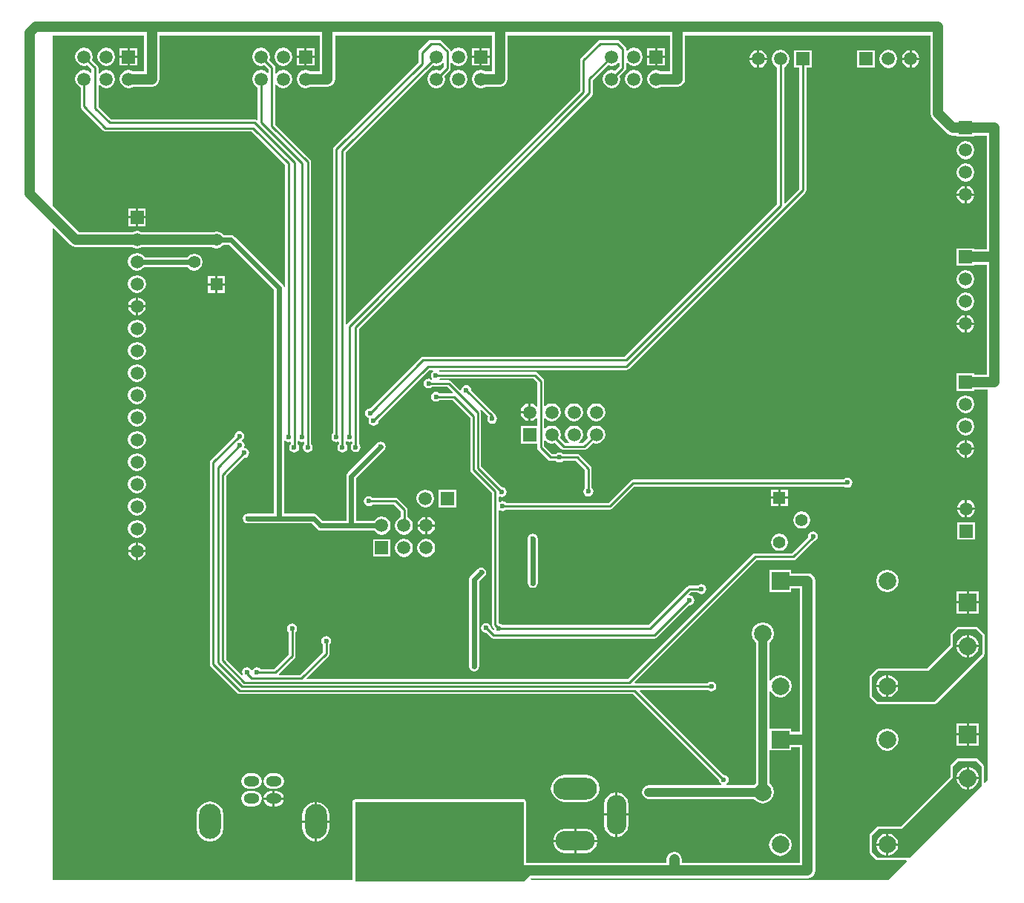
<source format=gbl>
G04*
G04 #@! TF.GenerationSoftware,Altium Limited,Altium Designer,20.0.1 (14)*
G04*
G04 Layer_Physical_Order=2*
G04 Layer_Color=16711680*
%FSLAX25Y25*%
%MOIN*%
G70*
G01*
G75*
%ADD10C,0.01000*%
%ADD23C,0.03937*%
%ADD108C,0.02362*%
%ADD110C,0.04724*%
%ADD111R,0.05906X0.05906*%
%ADD112C,0.05906*%
%ADD113C,0.08000*%
%ADD114R,0.08000X0.08000*%
%ADD115R,0.05906X0.05906*%
%ADD116R,0.05512X0.05512*%
%ADD117C,0.05512*%
%ADD118O,0.19685X0.09843*%
%ADD119O,0.17717X0.08858*%
%ADD120O,0.08858X0.17717*%
%ADD121R,0.07874X0.07874*%
%ADD122C,0.07874*%
%ADD123O,0.07087X0.04724*%
%ADD124O,0.09843X0.15748*%
%ADD125C,0.03150*%
%ADD126C,0.02362*%
G36*
X502281Y347716D02*
X502541Y346405D01*
X503285Y345292D01*
X509741Y338836D01*
X510853Y338093D01*
X512165Y337832D01*
X514079D01*
Y337307D01*
X521984D01*
Y337832D01*
X527674D01*
Y286696D01*
X521984D01*
Y287220D01*
X514079D01*
Y279315D01*
X521984D01*
Y279840D01*
X527674D01*
Y230593D01*
X521984D01*
Y231118D01*
X514079D01*
Y223213D01*
X521984D01*
Y223737D01*
X528031D01*
X528031Y48307D01*
X526741Y47017D01*
X526279Y47208D01*
X526279Y54528D01*
X526279Y54528D01*
X526110Y54937D01*
X525962Y55293D01*
X525962Y55293D01*
X523600Y57655D01*
X523600Y57655D01*
X522835Y57972D01*
X522835Y57972D01*
X514803Y57972D01*
X514803Y57972D01*
X514038Y57655D01*
X514038Y57655D01*
X511479Y55096D01*
X511162Y54331D01*
X511162Y54331D01*
X511162Y49700D01*
X488882Y27421D01*
X478819Y27421D01*
X478819Y27421D01*
X478819Y27421D01*
X478488Y27284D01*
X478053Y27104D01*
X478053Y27104D01*
X475258Y24309D01*
X475258Y24309D01*
X475258Y24308D01*
X474941Y23543D01*
X474941Y23543D01*
Y15984D01*
X474941Y15984D01*
X475258Y15219D01*
X475258Y15219D01*
X477817Y12660D01*
X477817Y12660D01*
X478134Y12528D01*
X478583Y12343D01*
X478583Y12343D01*
X491414Y12343D01*
X491605Y11881D01*
X483228Y3504D01*
X322868Y3504D01*
X322667Y3995D01*
X322886Y4249D01*
X447126D01*
X448438Y4510D01*
X449550Y5253D01*
X450293Y6365D01*
X450554Y7677D01*
Y66535D01*
Y137795D01*
X450293Y139107D01*
X449550Y140219D01*
X448438Y140962D01*
X447126Y141223D01*
X439780D01*
Y142732D01*
X429906D01*
Y132858D01*
X439780D01*
Y134367D01*
X443698D01*
Y69964D01*
X439780D01*
Y71473D01*
X429995D01*
Y88019D01*
X430495Y88171D01*
X431283Y86992D01*
X432916Y85901D01*
X434842Y85517D01*
X436769Y85901D01*
X438402Y86992D01*
X439493Y88625D01*
X439876Y90551D01*
X439493Y92478D01*
X438402Y94111D01*
X436769Y95202D01*
X434842Y95585D01*
X432916Y95202D01*
X431283Y94111D01*
X430495Y92931D01*
X429995Y93083D01*
Y110258D01*
X430528Y110614D01*
X431619Y112247D01*
X432002Y114173D01*
X431619Y116100D01*
X430528Y117733D01*
X428895Y118824D01*
X426968Y119207D01*
X425042Y118824D01*
X423409Y117733D01*
X422318Y116100D01*
X421935Y114173D01*
X422318Y112247D01*
X423409Y110614D01*
X423942Y110258D01*
Y46829D01*
X423409Y46473D01*
X423053Y45940D01*
X410673D01*
X410614Y46023D01*
X410737Y46702D01*
X411021Y46892D01*
X411503Y47613D01*
X411673Y48465D01*
X411503Y49316D01*
X411021Y50037D01*
X410300Y50519D01*
X409449Y50688D01*
X409398Y50678D01*
X371713Y88363D01*
X371905Y88825D01*
X402218D01*
X402246Y88782D01*
X402968Y88300D01*
X403819Y88130D01*
X404670Y88300D01*
X405391Y88782D01*
X405873Y89503D01*
X406043Y90354D01*
X405873Y91205D01*
X405391Y91927D01*
X404670Y92409D01*
X403819Y92578D01*
X402968Y92409D01*
X402246Y91927D01*
X402218Y91884D01*
X369582D01*
X369390Y92346D01*
X424137Y147093D01*
X440669D01*
X441255Y147209D01*
X441751Y147541D01*
X449904Y155693D01*
X450339Y155780D01*
X451061Y156262D01*
X451543Y156984D01*
X451712Y157835D01*
X451543Y158686D01*
X451061Y159407D01*
X450339Y159889D01*
X449488Y160058D01*
X448637Y159889D01*
X447916Y159407D01*
X447434Y158686D01*
X447264Y157835D01*
X447340Y157455D01*
X440036Y150151D01*
X423504D01*
X422919Y150035D01*
X422423Y149704D01*
X366390Y93671D01*
X222117D01*
X221926Y94133D01*
X231948Y104155D01*
X232279Y104651D01*
X232396Y105236D01*
Y109225D01*
X232439Y109254D01*
X232921Y109976D01*
X233090Y110827D01*
X232921Y111678D01*
X232439Y112399D01*
X231717Y112881D01*
X230866Y113051D01*
X230015Y112881D01*
X229294Y112399D01*
X228812Y111678D01*
X228642Y110827D01*
X228812Y109976D01*
X229294Y109254D01*
X229337Y109225D01*
Y105870D01*
X219012Y95545D01*
X209754D01*
X209547Y96045D01*
X216593Y103092D01*
X216925Y103588D01*
X217041Y104173D01*
Y114816D01*
X217084Y114845D01*
X217566Y115566D01*
X217736Y116417D01*
X217566Y117268D01*
X217084Y117990D01*
X216363Y118472D01*
X215512Y118641D01*
X214661Y118472D01*
X213939Y117990D01*
X213457Y117268D01*
X213288Y116417D01*
X213457Y115566D01*
X213939Y114845D01*
X213982Y114816D01*
Y104807D01*
X207359Y98183D01*
X201418D01*
X201336Y98305D01*
X200615Y98787D01*
X199764Y98956D01*
X198913Y98787D01*
X198191Y98305D01*
X197798Y97716D01*
X197487Y97707D01*
X197301Y97731D01*
X197262Y97745D01*
X196809Y98423D01*
X196087Y98905D01*
X195236Y99074D01*
X194385Y98905D01*
X193664Y98423D01*
X193182Y97701D01*
X193012Y96850D01*
X193182Y95999D01*
X193364Y95726D01*
X192976Y95408D01*
X185821Y102563D01*
Y184878D01*
X194004Y193062D01*
X194055Y193052D01*
X194906Y193221D01*
X195628Y193703D01*
X196110Y194425D01*
X196279Y195276D01*
X196110Y196127D01*
X195628Y196848D01*
X194906Y197330D01*
X194397Y197431D01*
X194059Y197739D01*
X194062Y197969D01*
X194192Y198622D01*
X194023Y199473D01*
X193541Y200195D01*
X193094Y200493D01*
X193092Y201093D01*
X193462Y201341D01*
X193944Y202062D01*
X194114Y202913D01*
X193944Y203764D01*
X193462Y204486D01*
X192741Y204968D01*
X191890Y205137D01*
X191039Y204968D01*
X190317Y204486D01*
X189835Y203764D01*
X189666Y202913D01*
X189676Y202863D01*
X178942Y192129D01*
X178611Y191632D01*
X178494Y191047D01*
Y100488D01*
X178611Y99903D01*
X178942Y99407D01*
X190863Y87485D01*
X191360Y87154D01*
X191945Y87037D01*
X368713D01*
X407235Y48515D01*
X407225Y48465D01*
X407394Y47613D01*
X407876Y46892D01*
X408160Y46702D01*
X408283Y46023D01*
X408224Y45940D01*
X375787D01*
X374629Y45710D01*
X373647Y45054D01*
X372991Y44072D01*
X372761Y42913D01*
X372991Y41755D01*
X373647Y40773D01*
X374629Y40117D01*
X375787Y39887D01*
X423053D01*
X423409Y39354D01*
X425042Y38263D01*
X426968Y37880D01*
X428895Y38263D01*
X430528Y39354D01*
X431619Y40987D01*
X432002Y42913D01*
X431619Y44840D01*
X430528Y46473D01*
X429995Y46829D01*
Y61598D01*
X439780D01*
Y63107D01*
X443698D01*
Y11105D01*
X390633D01*
Y12598D01*
X390372Y13910D01*
X389629Y15022D01*
X388517Y15766D01*
X387205Y16026D01*
X385893Y15766D01*
X384781Y15022D01*
X384038Y13910D01*
X383777Y12598D01*
Y11105D01*
X320571D01*
Y38583D01*
X320253Y39348D01*
X319488Y39665D01*
X243898D01*
X243132Y39348D01*
X242815Y38583D01*
Y3504D01*
X107992Y3504D01*
X107992Y296034D01*
X108454Y296226D01*
X115962Y288718D01*
X117074Y287975D01*
X118386Y287714D01*
X143842D01*
X144284Y287418D01*
X145827Y287111D01*
X147369Y287418D01*
X147811Y287714D01*
X179670D01*
X180070Y287446D01*
X181535Y287155D01*
X183001Y287446D01*
X184243Y288276D01*
X184567Y288760D01*
X187228D01*
X207461Y268528D01*
Y168051D01*
X195590D01*
X194739Y167881D01*
X194018Y167399D01*
X193536Y166678D01*
X193367Y165827D01*
X193536Y164976D01*
X194018Y164254D01*
X194739Y163772D01*
X195590Y163603D01*
X209685D01*
X210090Y163684D01*
X210496Y163603D01*
X224236D01*
X226813Y161026D01*
X226813Y161026D01*
X227535Y160544D01*
X228386Y160375D01*
X228386Y160375D01*
X252519D01*
X252938Y159749D01*
X254245Y158875D01*
X255787Y158568D01*
X257330Y158875D01*
X258637Y159749D01*
X259511Y161056D01*
X259818Y162598D01*
X259511Y164141D01*
X258637Y165448D01*
X257330Y166322D01*
X255787Y166629D01*
X254245Y166322D01*
X252938Y165448D01*
X252519Y164822D01*
X244310D01*
Y183961D01*
X256887Y196538D01*
X256887Y196538D01*
X257369Y197259D01*
X257539Y198110D01*
X257369Y198961D01*
X256887Y199683D01*
X256166Y200165D01*
X255315Y200334D01*
X254464Y200165D01*
X253743Y199683D01*
X253742Y199683D01*
X240514Y186454D01*
X240032Y185733D01*
X239863Y184882D01*
X239863Y184882D01*
Y164822D01*
X229307D01*
X226730Y167399D01*
X226009Y167881D01*
X225157Y168051D01*
X225157Y168051D01*
X211909D01*
Y200640D01*
X212409Y200826D01*
X213007Y200426D01*
X213858Y200256D01*
X214510Y200386D01*
X215010Y200071D01*
Y199393D01*
X214896Y199317D01*
X214414Y198595D01*
X214245Y197744D01*
X214414Y196893D01*
X214896Y196172D01*
X215617Y195689D01*
X216469Y195520D01*
X217319Y195689D01*
X218041Y196172D01*
X218523Y196893D01*
X218692Y197744D01*
X218523Y198595D01*
X218069Y199275D01*
Y200451D01*
X218569Y200719D01*
X219007Y200426D01*
X219858Y200256D01*
X220518Y200388D01*
X221018Y200076D01*
Y199345D01*
X220975Y199317D01*
X220493Y198595D01*
X220323Y197744D01*
X220493Y196893D01*
X220975Y196172D01*
X221696Y195689D01*
X222547Y195520D01*
X223398Y195689D01*
X224120Y196172D01*
X224602Y196893D01*
X224771Y197744D01*
X224602Y198595D01*
X224120Y199317D01*
X224077Y199345D01*
Y326075D01*
X223960Y326660D01*
X223629Y327156D01*
X207947Y342838D01*
Y360702D01*
X208425Y360847D01*
X208725Y360398D01*
X210033Y359525D01*
X211575Y359218D01*
X213117Y359525D01*
X214425Y360398D01*
X215298Y361706D01*
X215605Y363248D01*
X215298Y364790D01*
X214425Y366098D01*
X213117Y366971D01*
X211575Y367278D01*
X210033Y366971D01*
X208725Y366098D01*
X208425Y365649D01*
X207947Y365794D01*
Y368406D01*
X207830Y368991D01*
X207499Y369487D01*
X205291Y371695D01*
X205298Y371706D01*
X205605Y373248D01*
X205298Y374790D01*
X204425Y376098D01*
X203117Y376971D01*
X201575Y377278D01*
X200032Y376971D01*
X198725Y376098D01*
X197851Y374790D01*
X197545Y373248D01*
X197851Y371706D01*
X198725Y370398D01*
X200032Y369525D01*
X201575Y369218D01*
X203117Y369525D01*
X203128Y369532D01*
X204888Y367772D01*
Y366238D01*
X204855Y366228D01*
X204388Y366122D01*
X203117Y366971D01*
X201575Y367278D01*
X200032Y366971D01*
X198725Y366098D01*
X197851Y364790D01*
X197545Y363248D01*
X197851Y361706D01*
X198725Y360398D01*
X200032Y359525D01*
X200045Y359522D01*
Y345114D01*
X199545Y344880D01*
X199231Y345090D01*
X198646Y345207D01*
X134161D01*
X128498Y350870D01*
Y360584D01*
X128976Y360729D01*
X129198Y360398D01*
X130505Y359525D01*
X132047Y359218D01*
X133589Y359525D01*
X134897Y360398D01*
X135771Y361706D01*
X136077Y363248D01*
X135771Y364790D01*
X134897Y366098D01*
X133589Y366971D01*
X132047Y367278D01*
X130505Y366971D01*
X129198Y366098D01*
X128976Y365767D01*
X128498Y365912D01*
Y368327D01*
X128382Y368912D01*
X128050Y369408D01*
X125763Y371695D01*
X125771Y371706D01*
X126077Y373248D01*
X125771Y374790D01*
X124897Y376098D01*
X123590Y376971D01*
X122047Y377278D01*
X120505Y376971D01*
X119197Y376098D01*
X118324Y374790D01*
X118017Y373248D01*
X118324Y371706D01*
X119197Y370398D01*
X120505Y369525D01*
X122047Y369218D01*
X123590Y369525D01*
X123600Y369532D01*
X125439Y367693D01*
Y366148D01*
X124961Y366003D01*
X124897Y366098D01*
X123590Y366971D01*
X122047Y367278D01*
X120505Y366971D01*
X119197Y366098D01*
X118324Y364790D01*
X118017Y363248D01*
X118324Y361706D01*
X119197Y360398D01*
X120505Y359525D01*
X120518Y359522D01*
Y350945D01*
X120634Y350360D01*
X120966Y349863D01*
X130730Y340100D01*
X131226Y339768D01*
X131811Y339652D01*
X197359D01*
X212329Y324681D01*
Y269900D01*
X211829Y269851D01*
X211740Y270300D01*
X211258Y271021D01*
X211258Y271021D01*
X189722Y292557D01*
X189001Y293039D01*
X188150Y293208D01*
X188149Y293208D01*
X184567D01*
X184243Y293692D01*
X183001Y294522D01*
X181535Y294814D01*
X180309Y294570D01*
X147811D01*
X147369Y294865D01*
X145827Y295172D01*
X144284Y294865D01*
X143842Y294570D01*
X119806D01*
X107992Y306383D01*
Y382638D01*
X149131D01*
Y366676D01*
X144032D01*
X143589Y366971D01*
X142047Y367278D01*
X140505Y366971D01*
X139198Y366098D01*
X138324Y364790D01*
X138017Y363248D01*
X138324Y361706D01*
X139198Y360398D01*
X140505Y359525D01*
X142047Y359218D01*
X143589Y359525D01*
X144032Y359820D01*
X152559D01*
X153871Y360081D01*
X154983Y360824D01*
X155726Y361936D01*
X155987Y363248D01*
Y382638D01*
X227989Y382638D01*
Y366676D01*
X223559D01*
X223117Y366971D01*
X221575Y367278D01*
X220033Y366971D01*
X218725Y366098D01*
X217851Y364790D01*
X217545Y363248D01*
X217851Y361706D01*
X218725Y360398D01*
X220033Y359525D01*
X221575Y359218D01*
X223117Y359525D01*
X223559Y359820D01*
X231417D01*
X232729Y360081D01*
X233841Y360824D01*
X234584Y361936D01*
X234845Y363248D01*
Y382638D01*
X305430D01*
Y366676D01*
X302299D01*
X301857Y366971D01*
X300315Y367278D01*
X298773Y366971D01*
X297465Y366098D01*
X296591Y364790D01*
X296285Y363248D01*
X296591Y361706D01*
X297465Y360398D01*
X298773Y359525D01*
X300315Y359218D01*
X301857Y359525D01*
X302299Y359820D01*
X308858D01*
X310170Y360081D01*
X311282Y360824D01*
X312025Y361936D01*
X312286Y363248D01*
Y382638D01*
X385273Y382638D01*
Y366676D01*
X381039D01*
X380597Y366971D01*
X379055Y367278D01*
X377513Y366971D01*
X376205Y366098D01*
X375332Y364790D01*
X375025Y363248D01*
X375332Y361706D01*
X376205Y360398D01*
X377513Y359525D01*
X379055Y359218D01*
X380597Y359525D01*
X381039Y359820D01*
X388701D01*
X390013Y360081D01*
X391125Y360824D01*
X391868Y361936D01*
X392129Y363248D01*
Y382638D01*
X502281Y382638D01*
Y347716D01*
D02*
G37*
G36*
X525197Y54528D02*
X525197Y45590D01*
X493032Y13425D01*
X478583Y13425D01*
X476024Y15984D01*
Y23543D01*
X478819Y26339D01*
X489331Y26339D01*
X512244Y49252D01*
X512244Y54331D01*
X514803Y56890D01*
X522835Y56890D01*
X525197Y54528D01*
D02*
G37*
G36*
X319488Y8740D02*
X322402Y5315D01*
X319488Y2756D01*
X243898D01*
Y38583D01*
X319488D01*
Y8740D01*
D02*
G37*
%LPC*%
G36*
X383008Y377201D02*
X379555D01*
Y373748D01*
X383008D01*
Y377201D01*
D02*
G37*
G36*
X225528D02*
X222075D01*
Y373748D01*
X225528D01*
Y377201D01*
D02*
G37*
G36*
X146000D02*
X142547D01*
Y373748D01*
X146000D01*
Y377201D01*
D02*
G37*
G36*
X304268D02*
X300815D01*
Y373748D01*
X304268D01*
Y377201D01*
D02*
G37*
G36*
X299815D02*
X296362D01*
Y373748D01*
X299815D01*
Y377201D01*
D02*
G37*
G36*
X141547D02*
X138094D01*
Y373748D01*
X141547D01*
Y377201D01*
D02*
G37*
G36*
X378555D02*
X375102D01*
Y373748D01*
X378555D01*
Y377201D01*
D02*
G37*
G36*
X221075D02*
X217622D01*
Y373748D01*
X221075D01*
Y377201D01*
D02*
G37*
G36*
X493925Y376214D02*
Y372783D01*
X497356D01*
X497149Y373826D01*
X496275Y375133D01*
X494968Y376007D01*
X493925Y376214D01*
D02*
G37*
G36*
X492925D02*
X491883Y376007D01*
X490575Y375133D01*
X489702Y373826D01*
X489494Y372783D01*
X492925D01*
Y376214D01*
D02*
G37*
G36*
X425461D02*
Y372783D01*
X428891D01*
X428684Y373826D01*
X427810Y375133D01*
X426503Y376007D01*
X425461Y376214D01*
D02*
G37*
G36*
X424461Y376214D02*
X423418Y376007D01*
X422111Y375133D01*
X421237Y373826D01*
X421030Y372783D01*
X424461D01*
Y376214D01*
D02*
G37*
G36*
X383008Y372748D02*
X379555D01*
Y369295D01*
X383008D01*
Y372748D01*
D02*
G37*
G36*
X378555D02*
X375102D01*
Y369295D01*
X378555D01*
Y372748D01*
D02*
G37*
G36*
X304268D02*
X300815D01*
Y369295D01*
X304268D01*
Y372748D01*
D02*
G37*
G36*
X299815D02*
X296362D01*
Y369295D01*
X299815D01*
Y372748D01*
D02*
G37*
G36*
X225528D02*
X222075D01*
Y369295D01*
X225528D01*
Y372748D01*
D02*
G37*
G36*
X221075D02*
X217622D01*
Y369295D01*
X221075D01*
Y372748D01*
D02*
G37*
G36*
X146000D02*
X142547D01*
Y369295D01*
X146000D01*
Y372748D01*
D02*
G37*
G36*
X141547D02*
X138094D01*
Y369295D01*
X141547D01*
Y372748D01*
D02*
G37*
G36*
X281653Y380781D02*
X277874D01*
X277289Y380665D01*
X276793Y380333D01*
X272737Y376278D01*
X272406Y375782D01*
X272289Y375197D01*
Y370712D01*
X234296Y332719D01*
X233965Y332223D01*
X233849Y331638D01*
X233849Y204082D01*
X233805Y204053D01*
X233323Y203331D01*
X233154Y202480D01*
X233323Y201629D01*
X233805Y200908D01*
X234527Y200426D01*
X235378Y200256D01*
X236116Y200403D01*
X236616Y200129D01*
Y199345D01*
X236573Y199317D01*
X236091Y198595D01*
X235922Y197744D01*
X236091Y196893D01*
X236573Y196172D01*
X237295Y195689D01*
X238146Y195520D01*
X238997Y195689D01*
X239718Y196172D01*
X240200Y196893D01*
X240370Y197744D01*
X240200Y198595D01*
X239718Y199317D01*
X239675Y199345D01*
Y200394D01*
X240175Y200661D01*
X240527Y200426D01*
X241378Y200256D01*
X242026Y200385D01*
X242526Y200068D01*
Y199436D01*
X242483Y199407D01*
X242001Y198686D01*
X241831Y197835D01*
X242001Y196984D01*
X242483Y196262D01*
X243204Y195780D01*
X244055Y195611D01*
X244906Y195780D01*
X245628Y196262D01*
X246110Y196984D01*
X246279Y197835D01*
X246110Y198686D01*
X245628Y199407D01*
X245585Y199436D01*
Y201350D01*
X245588Y201370D01*
Y203591D01*
X245585Y203611D01*
Y251256D01*
X350176Y355848D01*
X350507Y356344D01*
X350624Y356929D01*
Y362654D01*
X357502Y369532D01*
X357513Y369525D01*
X359055Y369218D01*
X360597Y369525D01*
X361905Y370398D01*
X362087Y370670D01*
X362565Y370525D01*
Y368862D01*
X360644Y366940D01*
X360597Y366971D01*
X359055Y367278D01*
X357513Y366971D01*
X356205Y366098D01*
X355332Y364790D01*
X355025Y363248D01*
X355332Y361706D01*
X356205Y360398D01*
X357513Y359525D01*
X359055Y359218D01*
X360597Y359525D01*
X361905Y360398D01*
X362778Y361706D01*
X363085Y363248D01*
X362785Y364756D01*
X365176Y367147D01*
X365507Y367643D01*
X365624Y368228D01*
Y370407D01*
X366102Y370552D01*
X366205Y370398D01*
X367513Y369525D01*
X369055Y369218D01*
X370597Y369525D01*
X371905Y370398D01*
X372779Y371706D01*
X373085Y373248D01*
X372779Y374790D01*
X371905Y376098D01*
X370597Y376971D01*
X369055Y377278D01*
X367513Y376971D01*
X366205Y376098D01*
X366102Y375944D01*
X365624Y376089D01*
Y376654D01*
X365507Y377239D01*
X365176Y377735D01*
X362617Y380294D01*
X362121Y380626D01*
X361535Y380742D01*
X353937D01*
X353352Y380626D01*
X352855Y380294D01*
X345375Y372814D01*
X345044Y372318D01*
X344927Y371732D01*
Y357917D01*
X240297Y253286D01*
X240175Y253104D01*
X239675Y253256D01*
X239675Y330445D01*
X278762Y369532D01*
X278773Y369525D01*
X280315Y369218D01*
X281857Y369525D01*
X283165Y370398D01*
X283228Y370494D01*
X283707Y370348D01*
Y368803D01*
X281868Y366964D01*
X281857Y366971D01*
X280315Y367278D01*
X278773Y366971D01*
X277465Y366098D01*
X276591Y364790D01*
X276285Y363248D01*
X276591Y361706D01*
X277465Y360398D01*
X278773Y359525D01*
X280315Y359218D01*
X281857Y359525D01*
X283165Y360398D01*
X284038Y361706D01*
X284345Y363248D01*
X284038Y364790D01*
X284031Y364801D01*
X286318Y367088D01*
X286649Y367584D01*
X286766Y368169D01*
Y370584D01*
X287244Y370729D01*
X287465Y370398D01*
X288773Y369525D01*
X290315Y369218D01*
X291857Y369525D01*
X293165Y370398D01*
X294038Y371706D01*
X294345Y373248D01*
X294038Y374790D01*
X293165Y376098D01*
X291857Y376971D01*
X290315Y377278D01*
X288773Y376971D01*
X287465Y376098D01*
X287253Y375781D01*
X286722Y375886D01*
X286649Y376255D01*
X286318Y376751D01*
X282735Y380333D01*
X282239Y380665D01*
X281653Y380781D01*
D02*
G37*
G36*
X211575Y377278D02*
X210033Y376971D01*
X208725Y376098D01*
X207851Y374790D01*
X207545Y373248D01*
X207851Y371706D01*
X208725Y370398D01*
X210033Y369525D01*
X211575Y369218D01*
X213117Y369525D01*
X214425Y370398D01*
X215298Y371706D01*
X215605Y373248D01*
X215298Y374790D01*
X214425Y376098D01*
X213117Y376971D01*
X211575Y377278D01*
D02*
G37*
G36*
X132047D02*
X130505Y376971D01*
X129198Y376098D01*
X128324Y374790D01*
X128017Y373248D01*
X128324Y371706D01*
X129198Y370398D01*
X130505Y369525D01*
X132047Y369218D01*
X133589Y369525D01*
X134897Y370398D01*
X135771Y371706D01*
X136077Y373248D01*
X135771Y374790D01*
X134897Y376098D01*
X133589Y376971D01*
X132047Y377278D01*
D02*
G37*
G36*
X428891Y371783D02*
X425461D01*
Y368353D01*
X426503Y368560D01*
X427810Y369434D01*
X428684Y370741D01*
X428891Y371783D01*
D02*
G37*
G36*
X497356Y371783D02*
X493925D01*
Y368353D01*
X494968Y368560D01*
X496275Y369434D01*
X497149Y370741D01*
X497356Y371783D01*
D02*
G37*
G36*
X492925D02*
X489494D01*
X489702Y370741D01*
X490575Y369434D01*
X491883Y368560D01*
X492925Y368353D01*
Y371783D01*
D02*
G37*
G36*
X424461Y371783D02*
X421030D01*
X421237Y370741D01*
X422111Y369434D01*
X423418Y368560D01*
X424461Y368353D01*
Y371783D01*
D02*
G37*
G36*
X477378Y376236D02*
X469472D01*
Y368331D01*
X477378D01*
Y376236D01*
D02*
G37*
G36*
X483425Y376314D02*
X481883Y376007D01*
X480575Y375133D01*
X479702Y373826D01*
X479395Y372284D01*
X479702Y370741D01*
X480575Y369434D01*
X481883Y368560D01*
X483425Y368253D01*
X484968Y368560D01*
X486275Y369434D01*
X487149Y370741D01*
X487455Y372284D01*
X487149Y373826D01*
X486275Y375133D01*
X484968Y376007D01*
X483425Y376314D01*
D02*
G37*
G36*
X369055Y367278D02*
X367513Y366971D01*
X366205Y366098D01*
X365332Y364790D01*
X365025Y363248D01*
X365332Y361706D01*
X366205Y360398D01*
X367513Y359525D01*
X369055Y359218D01*
X370597Y359525D01*
X371905Y360398D01*
X372779Y361706D01*
X373085Y363248D01*
X372779Y364790D01*
X371905Y366098D01*
X370597Y366971D01*
X369055Y367278D01*
D02*
G37*
G36*
X290315D02*
X288773Y366971D01*
X287465Y366098D01*
X286592Y364790D01*
X286285Y363248D01*
X286592Y361706D01*
X287465Y360398D01*
X288773Y359525D01*
X290315Y359218D01*
X291857Y359525D01*
X293165Y360398D01*
X294038Y361706D01*
X294345Y363248D01*
X294038Y364790D01*
X293165Y366098D01*
X291857Y366971D01*
X290315Y367278D01*
D02*
G37*
G36*
X518032Y335290D02*
X516489Y334983D01*
X515182Y334110D01*
X514308Y332802D01*
X514001Y331260D01*
X514308Y329717D01*
X515182Y328410D01*
X516489Y327536D01*
X518032Y327230D01*
X519574Y327536D01*
X520881Y328410D01*
X521755Y329717D01*
X522062Y331260D01*
X521755Y332802D01*
X520881Y334110D01*
X519574Y334983D01*
X518032Y335290D01*
D02*
G37*
G36*
Y325290D02*
X516489Y324983D01*
X515182Y324110D01*
X514308Y322802D01*
X514001Y321260D01*
X514308Y319718D01*
X515182Y318410D01*
X516489Y317536D01*
X518032Y317230D01*
X519574Y317536D01*
X520881Y318410D01*
X521755Y319718D01*
X522062Y321260D01*
X521755Y322802D01*
X520881Y324110D01*
X519574Y324983D01*
X518032Y325290D01*
D02*
G37*
G36*
X518531Y315191D02*
Y311760D01*
X521962D01*
X521755Y312802D01*
X520881Y314110D01*
X519574Y314983D01*
X518531Y315191D01*
D02*
G37*
G36*
X517531Y315191D02*
X516489Y314983D01*
X515182Y314110D01*
X514308Y312802D01*
X514101Y311760D01*
X517531D01*
Y315191D01*
D02*
G37*
G36*
Y310760D02*
X514101D01*
X514308Y309717D01*
X515182Y308410D01*
X516489Y307536D01*
X517531Y307329D01*
Y310760D01*
D02*
G37*
G36*
X521962D02*
X518531D01*
Y307329D01*
X519574Y307536D01*
X520881Y308410D01*
X521755Y309717D01*
X521962Y310760D01*
D02*
G37*
G36*
X149779Y305095D02*
X146327D01*
Y301642D01*
X149779D01*
Y305095D01*
D02*
G37*
G36*
X145327D02*
X141874D01*
Y301642D01*
X145327D01*
Y305095D01*
D02*
G37*
G36*
X149779Y300642D02*
X146327D01*
Y297189D01*
X149779D01*
Y300642D01*
D02*
G37*
G36*
X145327D02*
X141874D01*
Y297189D01*
X145327D01*
Y300642D01*
D02*
G37*
G36*
X145827Y285172D02*
X144284Y284865D01*
X142977Y283992D01*
X142103Y282684D01*
X141797Y281142D01*
X142103Y279599D01*
X142977Y278292D01*
X144284Y277418D01*
X145827Y277112D01*
X147369Y277418D01*
X148677Y278292D01*
X148989Y278760D01*
X168504D01*
X168828Y278276D01*
X170070Y277446D01*
X171535Y277155D01*
X173001Y277446D01*
X174243Y278276D01*
X175073Y279519D01*
X175365Y280984D01*
X175073Y282450D01*
X174243Y283692D01*
X173001Y284522D01*
X171535Y284814D01*
X170070Y284522D01*
X168828Y283692D01*
X168504Y283208D01*
X149200D01*
X148677Y283992D01*
X147369Y284865D01*
X145827Y285172D01*
D02*
G37*
G36*
X185291Y274740D02*
X182035D01*
Y271484D01*
X185291D01*
Y274740D01*
D02*
G37*
G36*
X181035D02*
X177779D01*
Y271484D01*
X181035D01*
Y274740D01*
D02*
G37*
G36*
X518032Y277298D02*
X516489Y276991D01*
X515182Y276117D01*
X514308Y274810D01*
X514001Y273268D01*
X514308Y271725D01*
X515182Y270418D01*
X516489Y269544D01*
X518032Y269237D01*
X519574Y269544D01*
X520881Y270418D01*
X521755Y271725D01*
X522062Y273268D01*
X521755Y274810D01*
X520881Y276117D01*
X519574Y276991D01*
X518032Y277298D01*
D02*
G37*
G36*
X185291Y270484D02*
X182035D01*
Y267228D01*
X185291D01*
Y270484D01*
D02*
G37*
G36*
X181035D02*
X177779D01*
Y267228D01*
X181035D01*
Y270484D01*
D02*
G37*
G36*
X145827Y275172D02*
X144284Y274865D01*
X142977Y273991D01*
X142103Y272684D01*
X141797Y271142D01*
X142103Y269599D01*
X142977Y268292D01*
X144284Y267418D01*
X145827Y267111D01*
X147369Y267418D01*
X148677Y268292D01*
X149550Y269599D01*
X149857Y271142D01*
X149550Y272684D01*
X148677Y273991D01*
X147369Y274865D01*
X145827Y275172D01*
D02*
G37*
G36*
X146327Y265072D02*
Y261642D01*
X149758D01*
X149550Y262684D01*
X148677Y263991D01*
X147369Y264865D01*
X146327Y265072D01*
D02*
G37*
G36*
X145327Y265072D02*
X144284Y264865D01*
X142977Y263991D01*
X142103Y262684D01*
X141896Y261642D01*
X145327D01*
Y265072D01*
D02*
G37*
G36*
X518032Y267298D02*
X516489Y266991D01*
X515182Y266118D01*
X514308Y264810D01*
X514001Y263268D01*
X514308Y261725D01*
X515182Y260418D01*
X516489Y259544D01*
X518032Y259238D01*
X519574Y259544D01*
X520881Y260418D01*
X521755Y261725D01*
X522062Y263268D01*
X521755Y264810D01*
X520881Y266118D01*
X519574Y266991D01*
X518032Y267298D01*
D02*
G37*
G36*
X145327Y260642D02*
X141896D01*
X142103Y259599D01*
X142977Y258292D01*
X144284Y257418D01*
X145327Y257211D01*
Y260642D01*
D02*
G37*
G36*
X149758D02*
X146327D01*
Y257211D01*
X147369Y257418D01*
X148677Y258292D01*
X149550Y259599D01*
X149758Y260642D01*
D02*
G37*
G36*
X518532Y257198D02*
Y253768D01*
X521962D01*
X521755Y254810D01*
X520881Y256118D01*
X519574Y256991D01*
X518532Y257198D01*
D02*
G37*
G36*
X517531Y257198D02*
X516489Y256991D01*
X515182Y256118D01*
X514308Y254810D01*
X514101Y253768D01*
X517531D01*
Y257198D01*
D02*
G37*
G36*
X521962Y252768D02*
X518532D01*
Y249337D01*
X519574Y249544D01*
X520881Y250418D01*
X521755Y251725D01*
X521962Y252768D01*
D02*
G37*
G36*
X517531D02*
X514101D01*
X514308Y251725D01*
X515182Y250418D01*
X516489Y249544D01*
X517531Y249337D01*
Y252768D01*
D02*
G37*
G36*
X145827Y255172D02*
X144284Y254865D01*
X142977Y253992D01*
X142103Y252684D01*
X141797Y251142D01*
X142103Y249599D01*
X142977Y248292D01*
X144284Y247418D01*
X145827Y247112D01*
X147369Y247418D01*
X148677Y248292D01*
X149550Y249599D01*
X149857Y251142D01*
X149550Y252684D01*
X148677Y253992D01*
X147369Y254865D01*
X145827Y255172D01*
D02*
G37*
G36*
Y245172D02*
X144284Y244865D01*
X142977Y243991D01*
X142103Y242684D01*
X141797Y241142D01*
X142103Y239599D01*
X142977Y238292D01*
X144284Y237418D01*
X145827Y237111D01*
X147369Y237418D01*
X148677Y238292D01*
X149550Y239599D01*
X149857Y241142D01*
X149550Y242684D01*
X148677Y243991D01*
X147369Y244865D01*
X145827Y245172D01*
D02*
G37*
G36*
X434961Y376314D02*
X433418Y376007D01*
X432111Y375133D01*
X431237Y373826D01*
X430931Y372284D01*
X431237Y370741D01*
X432111Y369434D01*
X433418Y368560D01*
X433431Y368558D01*
Y307051D01*
X364918Y238537D01*
X274370D01*
X273785Y238421D01*
X273289Y238089D01*
X250563Y215363D01*
X250512Y215373D01*
X249661Y215204D01*
X248939Y214722D01*
X248457Y214001D01*
X248288Y213150D01*
X248457Y212299D01*
X248939Y211577D01*
X249661Y211095D01*
X249912Y211045D01*
X250072Y210658D01*
X250065Y210505D01*
X249902Y209685D01*
X250071Y208834D01*
X250553Y208113D01*
X251275Y207630D01*
X252126Y207461D01*
X252977Y207630D01*
X253698Y208113D01*
X254181Y208834D01*
X254350Y209685D01*
X254340Y209736D01*
X277130Y232526D01*
X278719D01*
X278870Y232026D01*
X278546Y231809D01*
X278064Y231087D01*
X277894Y230236D01*
X278064Y229385D01*
X278411Y228866D01*
X278278Y228327D01*
X278243Y228284D01*
X278147Y228253D01*
X277701Y228551D01*
X276850Y228720D01*
X275999Y228551D01*
X275278Y228069D01*
X274796Y227347D01*
X274626Y226496D01*
X274796Y225645D01*
X275278Y224924D01*
X275999Y224442D01*
X276850Y224272D01*
X277701Y224442D01*
X278423Y224924D01*
X278452Y224967D01*
X285233D01*
X287657Y222543D01*
X287465Y222081D01*
X281798D01*
X281769Y222124D01*
X281048Y222606D01*
X280197Y222775D01*
X279346Y222606D01*
X278624Y222124D01*
X278142Y221402D01*
X277973Y220551D01*
X278142Y219700D01*
X278624Y218979D01*
X279346Y218497D01*
X280197Y218327D01*
X281048Y218497D01*
X281769Y218979D01*
X281798Y219022D01*
X287713D01*
X295542Y211193D01*
Y187842D01*
X295658Y187257D01*
X295989Y186761D01*
X305276Y177475D01*
Y118195D01*
X305392Y117610D01*
X305724Y117113D01*
X306251Y116586D01*
X306241Y116535D01*
X306393Y115768D01*
X306178Y115570D01*
X305981Y115473D01*
X304852Y116603D01*
X304862Y116654D01*
X304692Y117505D01*
X304210Y118226D01*
X303489Y118708D01*
X302638Y118877D01*
X301787Y118708D01*
X301065Y118226D01*
X300583Y117505D01*
X300414Y116654D01*
X300583Y115803D01*
X301065Y115081D01*
X301787Y114599D01*
X302638Y114430D01*
X302689Y114440D01*
X304824Y112304D01*
X305320Y111973D01*
X305906Y111856D01*
X378346D01*
X378932Y111973D01*
X379428Y112304D01*
X393965Y126841D01*
X394016Y126831D01*
X394867Y127001D01*
X395588Y127483D01*
X396070Y128204D01*
X396240Y129055D01*
X396070Y129906D01*
X395588Y130628D01*
X394867Y131110D01*
X394016Y131279D01*
X393936Y131263D01*
X393690Y131724D01*
X394570Y132605D01*
X397808D01*
X397837Y132561D01*
X398558Y132079D01*
X399409Y131910D01*
X400260Y132079D01*
X400982Y132561D01*
X401464Y133283D01*
X401633Y134134D01*
X401464Y134985D01*
X400982Y135706D01*
X400260Y136188D01*
X399409Y136358D01*
X398558Y136188D01*
X397837Y135706D01*
X397808Y135663D01*
X393937D01*
X393352Y135547D01*
X392856Y135215D01*
X375705Y118065D01*
X310066D01*
X310037Y118108D01*
X309316Y118590D01*
X308465Y118759D01*
X308334Y119243D01*
Y169293D01*
X308835Y169560D01*
X309188Y169323D01*
X310039Y169154D01*
X310890Y169323D01*
X311612Y169806D01*
X311641Y169849D01*
X358386D01*
X358971Y169965D01*
X359467Y170297D01*
X369413Y180242D01*
X463599D01*
X464149Y179875D01*
X465000Y179705D01*
X465851Y179875D01*
X466573Y180357D01*
X467055Y181078D01*
X467224Y181929D01*
X467055Y182780D01*
X466573Y183502D01*
X465851Y183984D01*
X465000Y184153D01*
X464149Y183984D01*
X463427Y183502D01*
X463294Y183301D01*
X368779D01*
X368194Y183185D01*
X367698Y182853D01*
X357752Y172907D01*
X311641D01*
X311612Y172950D01*
X310890Y173433D01*
X310039Y173602D01*
X309188Y173433D01*
X308835Y173196D01*
X308334Y173463D01*
Y175492D01*
X308775Y175727D01*
X308873Y175662D01*
X309724Y175493D01*
X310575Y175662D01*
X311297Y176144D01*
X311779Y176865D01*
X311948Y177717D01*
X311779Y178568D01*
X311297Y179289D01*
X310575Y179771D01*
X309724Y179940D01*
X309674Y179930D01*
X300388Y189216D01*
Y213504D01*
X300271Y214089D01*
X300006Y214486D01*
X300394Y214805D01*
X303491Y211708D01*
X303339Y211481D01*
X303170Y210630D01*
X303339Y209779D01*
X303821Y209057D01*
X304543Y208575D01*
X305394Y208406D01*
X306245Y208575D01*
X306966Y209057D01*
X307448Y209779D01*
X307617Y210630D01*
X307448Y211481D01*
X306966Y212202D01*
X306863Y212271D01*
X306807Y212554D01*
X306475Y213050D01*
X295993Y223532D01*
X296003Y223583D01*
X295834Y224434D01*
X295352Y225155D01*
X294631Y225637D01*
X293779Y225806D01*
X292929Y225637D01*
X292207Y225155D01*
X291725Y224434D01*
X291571Y223661D01*
X291120Y223405D01*
X286948Y227577D01*
X286451Y227909D01*
X285866Y228026D01*
X282007D01*
X281777Y228525D01*
X281932Y228707D01*
X323855D01*
X325675Y226886D01*
Y216266D01*
X325197Y216121D01*
X325015Y216393D01*
X323708Y217267D01*
X322665Y217474D01*
Y213543D01*
Y209613D01*
X323708Y209820D01*
X325015Y210694D01*
X325197Y210965D01*
X325675Y210820D01*
Y207496D01*
X318213D01*
Y199591D01*
X325675D01*
Y197756D01*
X325792Y197171D01*
X326123Y196675D01*
X330572Y192226D01*
X331068Y191894D01*
X331653Y191778D01*
X334068D01*
X334097Y191735D01*
X334818Y191253D01*
X335669Y191083D01*
X336520Y191253D01*
X337242Y191735D01*
X337271Y191778D01*
X342870D01*
X347093Y187556D01*
Y179554D01*
X347049Y179525D01*
X346568Y178804D01*
X346398Y177953D01*
X346568Y177102D01*
X347049Y176380D01*
X347771Y175898D01*
X348622Y175729D01*
X349473Y175898D01*
X350195Y176380D01*
X350677Y177102D01*
X350846Y177953D01*
X350677Y178804D01*
X350195Y179525D01*
X350151Y179554D01*
Y188189D01*
X350035Y188774D01*
X349704Y189270D01*
X344585Y194388D01*
X344089Y194720D01*
X343504Y194836D01*
X337271D01*
X337242Y194880D01*
X336520Y195362D01*
X335669Y195531D01*
X334818Y195362D01*
X334097Y194880D01*
X334068Y194836D01*
X332287D01*
X328734Y198389D01*
Y200703D01*
X329213Y200848D01*
X329316Y200693D01*
X330623Y199820D01*
X332165Y199513D01*
X333708Y199820D01*
X333719Y199827D01*
X336478Y197068D01*
X336974Y196737D01*
X337559Y196620D01*
X346772D01*
X347357Y196737D01*
X347853Y197068D01*
X350612Y199827D01*
X350623Y199820D01*
X352165Y199513D01*
X353708Y199820D01*
X355015Y200693D01*
X355889Y202001D01*
X356195Y203543D01*
X355889Y205086D01*
X355015Y206393D01*
X353708Y207267D01*
X352165Y207574D01*
X350623Y207267D01*
X349316Y206393D01*
X348442Y205086D01*
X348135Y203543D01*
X348442Y202001D01*
X348449Y201990D01*
X346138Y199679D01*
X344397D01*
X344245Y200179D01*
X345015Y200693D01*
X345889Y202001D01*
X346196Y203543D01*
X345889Y205086D01*
X345015Y206393D01*
X343708Y207267D01*
X342165Y207574D01*
X340623Y207267D01*
X339316Y206393D01*
X338442Y205086D01*
X338135Y203543D01*
X338442Y202001D01*
X339316Y200693D01*
X340086Y200179D01*
X339934Y199679D01*
X338193D01*
X335881Y201990D01*
X335889Y202001D01*
X336195Y203543D01*
X335889Y205086D01*
X335015Y206393D01*
X333708Y207267D01*
X332165Y207574D01*
X330623Y207267D01*
X329316Y206393D01*
X329213Y206239D01*
X328734Y206384D01*
Y210702D01*
X329213Y210848D01*
X329316Y210694D01*
X330623Y209820D01*
X332165Y209513D01*
X333708Y209820D01*
X335015Y210694D01*
X335889Y212001D01*
X336195Y213543D01*
X335889Y215086D01*
X335015Y216393D01*
X333708Y217267D01*
X332165Y217573D01*
X330623Y217267D01*
X329316Y216393D01*
X329213Y216239D01*
X328734Y216384D01*
Y227520D01*
X328618Y228105D01*
X328286Y228601D01*
X325570Y231318D01*
X325074Y231649D01*
X324488Y231766D01*
X281750D01*
X281490Y232037D01*
X281652Y232526D01*
X365748D01*
X366333Y232642D01*
X366829Y232974D01*
X446042Y312186D01*
X446374Y312683D01*
X446490Y313268D01*
Y368331D01*
X448913D01*
Y376236D01*
X441008D01*
Y368331D01*
X443431D01*
Y313901D01*
X436952Y307422D01*
X436490Y307613D01*
Y368558D01*
X436503Y368560D01*
X437810Y369434D01*
X438684Y370741D01*
X438991Y372284D01*
X438684Y373826D01*
X437810Y375133D01*
X436503Y376007D01*
X434961Y376314D01*
D02*
G37*
G36*
X145827Y235172D02*
X144284Y234865D01*
X142977Y233992D01*
X142103Y232684D01*
X141797Y231142D01*
X142103Y229599D01*
X142977Y228292D01*
X144284Y227418D01*
X145827Y227112D01*
X147369Y227418D01*
X148677Y228292D01*
X149550Y229599D01*
X149857Y231142D01*
X149550Y232684D01*
X148677Y233992D01*
X147369Y234865D01*
X145827Y235172D01*
D02*
G37*
G36*
Y225172D02*
X144284Y224865D01*
X142977Y223991D01*
X142103Y222684D01*
X141797Y221142D01*
X142103Y219599D01*
X142977Y218292D01*
X144284Y217418D01*
X145827Y217111D01*
X147369Y217418D01*
X148677Y218292D01*
X149550Y219599D01*
X149857Y221142D01*
X149550Y222684D01*
X148677Y223991D01*
X147369Y224865D01*
X145827Y225172D01*
D02*
G37*
G36*
X321665Y217474D02*
X320623Y217267D01*
X319316Y216393D01*
X318442Y215086D01*
X318235Y214043D01*
X321665D01*
Y217474D01*
D02*
G37*
G36*
X518032Y221196D02*
X516489Y220889D01*
X515182Y220015D01*
X514308Y218708D01*
X514001Y217165D01*
X514308Y215623D01*
X515182Y214316D01*
X516489Y213442D01*
X518032Y213135D01*
X519574Y213442D01*
X520881Y214316D01*
X521755Y215623D01*
X522062Y217165D01*
X521755Y218708D01*
X520881Y220015D01*
X519574Y220889D01*
X518032Y221196D01*
D02*
G37*
G36*
X321665Y213043D02*
X318235D01*
X318442Y212001D01*
X319316Y210694D01*
X320623Y209820D01*
X321665Y209613D01*
Y213043D01*
D02*
G37*
G36*
X352165Y217573D02*
X350623Y217267D01*
X349316Y216393D01*
X348442Y215086D01*
X348135Y213543D01*
X348442Y212001D01*
X349316Y210694D01*
X350623Y209820D01*
X352165Y209513D01*
X353708Y209820D01*
X355015Y210694D01*
X355889Y212001D01*
X356195Y213543D01*
X355889Y215086D01*
X355015Y216393D01*
X353708Y217267D01*
X352165Y217573D01*
D02*
G37*
G36*
X342165D02*
X340623Y217267D01*
X339316Y216393D01*
X338442Y215086D01*
X338135Y213543D01*
X338442Y212001D01*
X339316Y210694D01*
X340623Y209820D01*
X342165Y209513D01*
X343708Y209820D01*
X345015Y210694D01*
X345889Y212001D01*
X346196Y213543D01*
X345889Y215086D01*
X345015Y216393D01*
X343708Y217267D01*
X342165Y217573D01*
D02*
G37*
G36*
X145827Y215172D02*
X144284Y214865D01*
X142977Y213991D01*
X142103Y212684D01*
X141797Y211142D01*
X142103Y209599D01*
X142977Y208292D01*
X144284Y207418D01*
X145827Y207112D01*
X147369Y207418D01*
X148677Y208292D01*
X149550Y209599D01*
X149857Y211142D01*
X149550Y212684D01*
X148677Y213991D01*
X147369Y214865D01*
X145827Y215172D01*
D02*
G37*
G36*
X518032Y211196D02*
X516489Y210889D01*
X515182Y210015D01*
X514308Y208708D01*
X514001Y207165D01*
X514308Y205623D01*
X515182Y204316D01*
X516489Y203442D01*
X518032Y203135D01*
X519574Y203442D01*
X520881Y204316D01*
X521755Y205623D01*
X522062Y207165D01*
X521755Y208708D01*
X520881Y210015D01*
X519574Y210889D01*
X518032Y211196D01*
D02*
G37*
G36*
X518532Y201096D02*
Y197665D01*
X521962D01*
X521755Y198708D01*
X520881Y200015D01*
X519574Y200889D01*
X518532Y201096D01*
D02*
G37*
G36*
X517531Y201096D02*
X516489Y200889D01*
X515182Y200015D01*
X514308Y198708D01*
X514101Y197665D01*
X517531D01*
Y201096D01*
D02*
G37*
G36*
X145827Y205172D02*
X144284Y204865D01*
X142977Y203992D01*
X142103Y202684D01*
X141797Y201142D01*
X142103Y199600D01*
X142977Y198292D01*
X144284Y197418D01*
X145827Y197112D01*
X147369Y197418D01*
X148677Y198292D01*
X149550Y199600D01*
X149857Y201142D01*
X149550Y202684D01*
X148677Y203992D01*
X147369Y204865D01*
X145827Y205172D01*
D02*
G37*
G36*
X517531Y196665D02*
X514101D01*
X514308Y195623D01*
X515182Y194316D01*
X516489Y193442D01*
X517531Y193235D01*
Y196665D01*
D02*
G37*
G36*
X521962D02*
X518532D01*
Y193235D01*
X519574Y193442D01*
X520881Y194316D01*
X521755Y195623D01*
X521962Y196665D01*
D02*
G37*
G36*
X145827Y195172D02*
X144284Y194865D01*
X142977Y193991D01*
X142103Y192684D01*
X141797Y191142D01*
X142103Y189600D01*
X142977Y188292D01*
X144284Y187418D01*
X145827Y187112D01*
X147369Y187418D01*
X148677Y188292D01*
X149550Y189600D01*
X149857Y191142D01*
X149550Y192684D01*
X148677Y193991D01*
X147369Y194865D01*
X145827Y195172D01*
D02*
G37*
G36*
Y185172D02*
X144284Y184865D01*
X142977Y183992D01*
X142103Y182684D01*
X141797Y181142D01*
X142103Y179599D01*
X142977Y178292D01*
X144284Y177418D01*
X145827Y177112D01*
X147369Y177418D01*
X148677Y178292D01*
X149550Y179599D01*
X149857Y181142D01*
X149550Y182684D01*
X148677Y183992D01*
X147369Y184865D01*
X145827Y185172D01*
D02*
G37*
G36*
X438205Y178874D02*
X434949D01*
Y175618D01*
X438205D01*
Y178874D01*
D02*
G37*
G36*
X433949D02*
X430693D01*
Y175618D01*
X433949D01*
Y178874D01*
D02*
G37*
G36*
X438205Y174618D02*
X434949D01*
Y171362D01*
X438205D01*
Y174618D01*
D02*
G37*
G36*
X433949D02*
X430693D01*
Y171362D01*
X433949D01*
Y174618D01*
D02*
G37*
G36*
X289346Y178756D02*
X281441D01*
Y170850D01*
X289346D01*
Y178756D01*
D02*
G37*
G36*
X275394Y178833D02*
X273851Y178527D01*
X272544Y177653D01*
X271670Y176345D01*
X271363Y174803D01*
X271670Y173261D01*
X272544Y171953D01*
X273851Y171080D01*
X275394Y170773D01*
X276936Y171080D01*
X278243Y171953D01*
X279117Y173261D01*
X279424Y174803D01*
X279117Y176345D01*
X278243Y177653D01*
X276936Y178527D01*
X275394Y178833D01*
D02*
G37*
G36*
X518807Y174167D02*
Y170736D01*
X522238D01*
X522030Y171779D01*
X521157Y173086D01*
X519849Y173960D01*
X518807Y174167D01*
D02*
G37*
G36*
X517807Y174167D02*
X516765Y173960D01*
X515457Y173086D01*
X514584Y171779D01*
X514376Y170736D01*
X517807D01*
Y174167D01*
D02*
G37*
G36*
X145827Y175172D02*
X144284Y174865D01*
X142977Y173992D01*
X142103Y172684D01*
X141797Y171142D01*
X142103Y169599D01*
X142977Y168292D01*
X144284Y167418D01*
X145827Y167112D01*
X147369Y167418D01*
X148677Y168292D01*
X149550Y169599D01*
X149857Y171142D01*
X149550Y172684D01*
X148677Y173992D01*
X147369Y174865D01*
X145827Y175172D01*
D02*
G37*
G36*
X517807Y169736D02*
X514376D01*
X514584Y168694D01*
X515457Y167386D01*
X516765Y166513D01*
X517807Y166305D01*
Y169736D01*
D02*
G37*
G36*
X522238D02*
X518807D01*
Y166305D01*
X519849Y166513D01*
X521157Y167386D01*
X522030Y168694D01*
X522238Y169736D01*
D02*
G37*
G36*
X276287Y166529D02*
Y163098D01*
X279718D01*
X279511Y164141D01*
X278637Y165448D01*
X277330Y166322D01*
X276287Y166529D01*
D02*
G37*
G36*
X275287D02*
X274245Y166322D01*
X272938Y165448D01*
X272064Y164141D01*
X271857Y163098D01*
X275287D01*
Y166529D01*
D02*
G37*
G36*
X444449Y168948D02*
X442983Y168656D01*
X441741Y167826D01*
X440911Y166584D01*
X440619Y165118D01*
X440911Y163653D01*
X441741Y162410D01*
X442983Y161580D01*
X444449Y161289D01*
X445914Y161580D01*
X447157Y162410D01*
X447987Y163653D01*
X448278Y165118D01*
X447987Y166584D01*
X447157Y167826D01*
X445914Y168656D01*
X444449Y168948D01*
D02*
G37*
G36*
X279718Y162098D02*
X276287D01*
Y158668D01*
X277330Y158875D01*
X278637Y159749D01*
X279511Y161056D01*
X279718Y162098D01*
D02*
G37*
G36*
X275287D02*
X271857D01*
X272064Y161056D01*
X272938Y159749D01*
X274245Y158875D01*
X275287Y158668D01*
Y162098D01*
D02*
G37*
G36*
X250039Y175846D02*
X249188Y175677D01*
X248467Y175195D01*
X247985Y174473D01*
X247815Y173622D01*
X247985Y172771D01*
X248467Y172049D01*
X249188Y171567D01*
X250039Y171398D01*
X250890Y171567D01*
X251612Y172049D01*
X251641Y172093D01*
X261256D01*
X264337Y169012D01*
Y166340D01*
X264245Y166322D01*
X262938Y165448D01*
X262064Y164141D01*
X261757Y162598D01*
X262064Y161056D01*
X262938Y159749D01*
X264245Y158875D01*
X265787Y158568D01*
X267330Y158875D01*
X268637Y159749D01*
X269511Y161056D01*
X269818Y162598D01*
X269511Y164141D01*
X268637Y165448D01*
X267395Y166278D01*
Y169646D01*
X267279Y170231D01*
X266948Y170727D01*
X262971Y174704D01*
X262475Y175035D01*
X261890Y175151D01*
X251641D01*
X251612Y175195D01*
X250890Y175677D01*
X250039Y175846D01*
D02*
G37*
G36*
X145827Y165172D02*
X144284Y164865D01*
X142977Y163991D01*
X142103Y162684D01*
X141797Y161142D01*
X142103Y159599D01*
X142977Y158292D01*
X144284Y157418D01*
X145827Y157112D01*
X147369Y157418D01*
X148677Y158292D01*
X149550Y159599D01*
X149857Y161142D01*
X149550Y162684D01*
X148677Y163991D01*
X147369Y164865D01*
X145827Y165172D01*
D02*
G37*
G36*
X522260Y164189D02*
X514354D01*
Y156283D01*
X522260D01*
Y164189D01*
D02*
G37*
G36*
X146327Y155072D02*
Y151642D01*
X149758D01*
X149550Y152684D01*
X148677Y153991D01*
X147369Y154865D01*
X146327Y155072D01*
D02*
G37*
G36*
X145327Y155072D02*
X144284Y154865D01*
X142977Y153991D01*
X142103Y152684D01*
X141896Y151642D01*
X145327D01*
Y155072D01*
D02*
G37*
G36*
X434449Y158948D02*
X432983Y158656D01*
X431741Y157826D01*
X430911Y156584D01*
X430619Y155118D01*
X430911Y153653D01*
X431741Y152410D01*
X432983Y151580D01*
X434449Y151289D01*
X435914Y151580D01*
X437157Y152410D01*
X437987Y153653D01*
X438278Y155118D01*
X437987Y156584D01*
X437157Y157826D01*
X435914Y158656D01*
X434449Y158948D01*
D02*
G37*
G36*
X259740Y156551D02*
X251835D01*
Y148646D01*
X259740D01*
Y156551D01*
D02*
G37*
G36*
X275787Y156629D02*
X274245Y156322D01*
X272938Y155448D01*
X272064Y154141D01*
X271757Y152598D01*
X272064Y151056D01*
X272938Y149749D01*
X274245Y148875D01*
X275787Y148568D01*
X277330Y148875D01*
X278637Y149749D01*
X279511Y151056D01*
X279818Y152598D01*
X279511Y154141D01*
X278637Y155448D01*
X277330Y156322D01*
X275787Y156629D01*
D02*
G37*
G36*
X265787D02*
X264245Y156322D01*
X262938Y155448D01*
X262064Y154141D01*
X261757Y152598D01*
X262064Y151056D01*
X262938Y149749D01*
X264245Y148875D01*
X265787Y148568D01*
X267330Y148875D01*
X268637Y149749D01*
X269511Y151056D01*
X269818Y152598D01*
X269511Y154141D01*
X268637Y155448D01*
X267330Y156322D01*
X265787Y156629D01*
D02*
G37*
G36*
X145327Y150642D02*
X141896D01*
X142103Y149600D01*
X142977Y148292D01*
X144284Y147418D01*
X145327Y147211D01*
Y150642D01*
D02*
G37*
G36*
X149758D02*
X146327D01*
Y147211D01*
X147369Y147418D01*
X148677Y148292D01*
X149550Y149600D01*
X149758Y150642D01*
D02*
G37*
G36*
X323661Y159035D02*
X322810Y158866D01*
X322089Y158384D01*
X321607Y157662D01*
X321438Y156811D01*
Y136850D01*
X321607Y135999D01*
X322089Y135278D01*
X322810Y134796D01*
X323661Y134627D01*
X324512Y134796D01*
X325234Y135278D01*
X325716Y135999D01*
X325885Y136850D01*
Y156811D01*
X325716Y157662D01*
X325234Y158384D01*
X324512Y158866D01*
X323661Y159035D01*
D02*
G37*
G36*
X482874Y142829D02*
X480948Y142446D01*
X479315Y141355D01*
X478223Y139722D01*
X477840Y137795D01*
X478223Y135869D01*
X479315Y134236D01*
X480948Y133145D01*
X482874Y132762D01*
X484800Y133145D01*
X486433Y134236D01*
X487525Y135869D01*
X487908Y137795D01*
X487525Y139722D01*
X486433Y141355D01*
X484800Y142446D01*
X482874Y142829D01*
D02*
G37*
G36*
X524094Y133228D02*
X519594D01*
Y128728D01*
X524094D01*
Y133228D01*
D02*
G37*
G36*
X518595D02*
X514094D01*
Y128728D01*
X518595D01*
Y133228D01*
D02*
G37*
G36*
X524094Y127728D02*
X519594D01*
Y123228D01*
X524094D01*
Y127728D01*
D02*
G37*
G36*
X518595D02*
X514094D01*
Y123228D01*
X518595D01*
Y127728D01*
D02*
G37*
G36*
X522835Y117027D02*
X522835Y117027D01*
X514803Y117027D01*
X514803Y117027D01*
X514038Y116710D01*
X514038Y116710D01*
X511479Y114151D01*
X511162Y113386D01*
X511162Y113386D01*
X511162Y108755D01*
X500811Y98405D01*
X478622Y98405D01*
X478622Y98405D01*
X478201Y98231D01*
X477856Y98088D01*
X477856Y98088D01*
X475258Y95490D01*
X475258Y95490D01*
X475258Y95490D01*
X475082Y95064D01*
X474941Y94724D01*
Y94724D01*
X474941Y94724D01*
X474941Y94724D01*
X474941Y86102D01*
X474941Y86102D01*
X475127Y85654D01*
X475258Y85337D01*
X475258Y85337D01*
X477817Y82778D01*
X478583Y82461D01*
X478583Y82461D01*
X504094Y82461D01*
X504095Y82461D01*
X504860Y82778D01*
X504860Y82778D01*
X526316Y104235D01*
X526316Y104235D01*
X526634Y105000D01*
X526634Y105000D01*
X526634Y113228D01*
X526634Y113228D01*
X526634Y113228D01*
X526494Y113565D01*
X526317Y113994D01*
X526316Y113994D01*
X523600Y116710D01*
X523600Y116710D01*
X523600Y116710D01*
X522835Y117027D01*
D02*
G37*
G36*
X300551Y143877D02*
X299700Y143708D01*
X298979Y143226D01*
X298979Y143226D01*
X295750Y139998D01*
X295268Y139276D01*
X295099Y138425D01*
X295099Y138425D01*
Y99409D01*
X295268Y98558D01*
X295750Y97837D01*
X296472Y97355D01*
X297323Y97186D01*
X298174Y97355D01*
X298895Y97837D01*
X299377Y98558D01*
X299547Y99409D01*
Y137504D01*
X302124Y140081D01*
X302124Y140081D01*
X302606Y140803D01*
X302775Y141654D01*
X302606Y142505D01*
X302124Y143226D01*
X301402Y143708D01*
X300551Y143877D01*
D02*
G37*
G36*
X524094Y73898D02*
X519594D01*
Y69398D01*
X524094D01*
Y73898D01*
D02*
G37*
G36*
X518594D02*
X514094D01*
Y69398D01*
X518594D01*
Y73898D01*
D02*
G37*
G36*
X524094Y68398D02*
X519594D01*
Y63898D01*
X524094D01*
Y68398D01*
D02*
G37*
G36*
X518594D02*
X514094D01*
Y63898D01*
X518594D01*
Y68398D01*
D02*
G37*
G36*
X482874Y71569D02*
X480948Y71186D01*
X479315Y70095D01*
X478223Y68462D01*
X477840Y66535D01*
X478223Y64609D01*
X479315Y62976D01*
X480948Y61885D01*
X482874Y61502D01*
X484800Y61885D01*
X486433Y62976D01*
X487525Y64609D01*
X487908Y66535D01*
X487525Y68462D01*
X486433Y70095D01*
X484800Y71186D01*
X482874Y71569D01*
D02*
G37*
G36*
X208405Y51263D02*
X206043D01*
X204731Y51002D01*
X203619Y50259D01*
X202876Y49147D01*
X202615Y47835D01*
X202876Y46523D01*
X203619Y45411D01*
X204731Y44668D01*
X206043Y44407D01*
X208405D01*
X209717Y44668D01*
X210829Y45411D01*
X211573Y46523D01*
X211834Y47835D01*
X211573Y49147D01*
X210829Y50259D01*
X209717Y51002D01*
X208405Y51263D01*
D02*
G37*
G36*
X198406D02*
X196043D01*
X194731Y51002D01*
X193619Y50259D01*
X192876Y49147D01*
X192615Y47835D01*
X192876Y46523D01*
X193619Y45411D01*
X194731Y44668D01*
X196043Y44407D01*
X198406D01*
X199717Y44668D01*
X200830Y45411D01*
X201573Y46523D01*
X201834Y47835D01*
X201573Y49147D01*
X200830Y50259D01*
X199717Y51002D01*
X198406Y51263D01*
D02*
G37*
G36*
X208405Y43389D02*
X207724D01*
Y40461D01*
X211734D01*
X211573Y41273D01*
X210829Y42385D01*
X209717Y43128D01*
X208405Y43389D01*
D02*
G37*
G36*
X206724D02*
X206043D01*
X204731Y43128D01*
X203619Y42385D01*
X202876Y41273D01*
X202715Y40461D01*
X206724D01*
Y43389D01*
D02*
G37*
G36*
X347646Y50628D02*
X337803D01*
X335493Y50168D01*
X333534Y48860D01*
X332225Y46901D01*
X331766Y44591D01*
X332225Y42280D01*
X333534Y40322D01*
X335493Y39013D01*
X337803Y38553D01*
X347646D01*
X349956Y39013D01*
X351915Y40322D01*
X353223Y42280D01*
X353683Y44591D01*
X353223Y46901D01*
X351915Y48860D01*
X349956Y50168D01*
X347646Y50628D01*
D02*
G37*
G36*
X211734Y39461D02*
X207724D01*
Y36533D01*
X208405D01*
X209717Y36794D01*
X210829Y37537D01*
X211573Y38649D01*
X211734Y39461D01*
D02*
G37*
G36*
X206724D02*
X202715D01*
X202876Y38649D01*
X203619Y37537D01*
X204731Y36794D01*
X206043Y36533D01*
X206724D01*
Y39461D01*
D02*
G37*
G36*
X198406Y43389D02*
X196043D01*
X194731Y43128D01*
X193619Y42385D01*
X192876Y41273D01*
X192615Y39961D01*
X192876Y38649D01*
X193619Y37537D01*
X194731Y36794D01*
X196043Y36533D01*
X198406D01*
X199717Y36794D01*
X200830Y37537D01*
X201573Y38649D01*
X201834Y39961D01*
X201573Y41273D01*
X200830Y42385D01*
X199717Y43128D01*
X198406Y43389D01*
D02*
G37*
G36*
X361728Y42645D02*
Y33279D01*
X366764D01*
Y37209D01*
X366342Y39327D01*
X365142Y41123D01*
X363347Y42323D01*
X361728Y42645D01*
D02*
G37*
G36*
X360728Y42645D02*
X359110Y42323D01*
X357314Y41123D01*
X356114Y39327D01*
X355693Y37209D01*
Y33279D01*
X360728D01*
Y42645D01*
D02*
G37*
G36*
X226665Y38579D02*
Y30189D01*
X232203D01*
Y32642D01*
X231743Y34952D01*
X230434Y36911D01*
X228476Y38219D01*
X226665Y38579D01*
D02*
G37*
G36*
X225665Y38579D02*
X223855Y38219D01*
X221896Y36911D01*
X220588Y34952D01*
X220128Y32642D01*
Y30189D01*
X225665D01*
Y38579D01*
D02*
G37*
G36*
X366764Y32280D02*
X361728D01*
Y22914D01*
X363347Y23236D01*
X365142Y24436D01*
X366342Y26232D01*
X366764Y28350D01*
Y32280D01*
D02*
G37*
G36*
X360728D02*
X355693D01*
Y28350D01*
X356114Y26232D01*
X357314Y24436D01*
X359110Y23236D01*
X360728Y22914D01*
Y32280D01*
D02*
G37*
G36*
X347153Y26504D02*
X343224D01*
Y21468D01*
X352590D01*
X352268Y23087D01*
X351068Y24883D01*
X349272Y26083D01*
X347153Y26504D01*
D02*
G37*
G36*
X342224D02*
X338295D01*
X336177Y26083D01*
X334381Y24883D01*
X333181Y23087D01*
X332859Y21468D01*
X342224D01*
Y26504D01*
D02*
G37*
G36*
X232203Y29189D02*
X226665D01*
Y20798D01*
X228476Y21159D01*
X230434Y22467D01*
X231743Y24426D01*
X232203Y26736D01*
Y29189D01*
D02*
G37*
G36*
X225665D02*
X220128D01*
Y26736D01*
X220588Y24426D01*
X221896Y22467D01*
X223855Y21159D01*
X225665Y20798D01*
Y29189D01*
D02*
G37*
G36*
X178724Y38679D02*
X176414Y38219D01*
X174455Y36911D01*
X173147Y34952D01*
X172687Y32642D01*
Y26736D01*
X173147Y24426D01*
X174455Y22467D01*
X176414Y21159D01*
X178724Y20699D01*
X181035Y21159D01*
X182993Y22467D01*
X184302Y24426D01*
X184762Y26736D01*
Y32642D01*
X184302Y34952D01*
X182993Y36911D01*
X181035Y38219D01*
X178724Y38679D01*
D02*
G37*
G36*
X352590Y20469D02*
X343224D01*
Y15433D01*
X347153D01*
X349272Y15854D01*
X351068Y17054D01*
X352268Y18850D01*
X352590Y20469D01*
D02*
G37*
G36*
X342224D02*
X332859D01*
X333181Y18850D01*
X334381Y17054D01*
X336177Y15854D01*
X338295Y15433D01*
X342224D01*
Y20469D01*
D02*
G37*
G36*
X434842Y24325D02*
X432916Y23942D01*
X431283Y22851D01*
X430192Y21218D01*
X429809Y19291D01*
X430192Y17365D01*
X431283Y15732D01*
X432916Y14641D01*
X434842Y14258D01*
X436769Y14641D01*
X438402Y15732D01*
X439493Y17365D01*
X439876Y19291D01*
X439493Y21218D01*
X438402Y22851D01*
X436769Y23942D01*
X434842Y24325D01*
D02*
G37*
%LPD*%
G36*
X525551Y113228D02*
X525551Y105000D01*
X504095Y83543D01*
X478583Y83543D01*
X476024Y86102D01*
X476024Y94724D01*
X478622Y97323D01*
X501260Y97323D01*
X512244Y108307D01*
X512244Y113386D01*
X514803Y115945D01*
X522835Y115945D01*
X525551Y113228D01*
D02*
G37*
%LPC*%
G36*
X519594Y113542D02*
Y109043D01*
X524093D01*
X523804Y110494D01*
X522699Y112148D01*
X521045Y113253D01*
X519594Y113542D01*
D02*
G37*
G36*
X518595Y113542D02*
X517144Y113253D01*
X515490Y112148D01*
X514385Y110494D01*
X514096Y109043D01*
X518595D01*
Y113542D01*
D02*
G37*
G36*
X524093Y108043D02*
X519594D01*
Y103545D01*
X521045Y103833D01*
X522699Y104938D01*
X523804Y106592D01*
X524093Y108043D01*
D02*
G37*
G36*
X518595D02*
X514096D01*
X514385Y106592D01*
X515490Y104938D01*
X517144Y103833D01*
X518595Y103545D01*
Y108043D01*
D02*
G37*
G36*
X483374Y95486D02*
Y91051D01*
X487808D01*
X487525Y92478D01*
X486433Y94111D01*
X484800Y95202D01*
X483374Y95486D01*
D02*
G37*
G36*
X482374D02*
X480948Y95202D01*
X479315Y94111D01*
X478223Y92478D01*
X477940Y91051D01*
X482374D01*
Y95486D01*
D02*
G37*
G36*
X487808Y90051D02*
X483374D01*
Y85617D01*
X484800Y85901D01*
X486433Y86992D01*
X487525Y88625D01*
X487808Y90051D01*
D02*
G37*
G36*
X482374D02*
X477940D01*
X478223Y88625D01*
X479315Y86992D01*
X480948Y85901D01*
X482374Y85617D01*
Y90051D01*
D02*
G37*
G36*
X519594Y54211D02*
Y49713D01*
X524093D01*
X523804Y51164D01*
X522699Y52817D01*
X521045Y53922D01*
X519594Y54211D01*
D02*
G37*
G36*
X518594Y54211D02*
X517144Y53922D01*
X515490Y52817D01*
X514385Y51164D01*
X514096Y49713D01*
X518594D01*
Y54211D01*
D02*
G37*
G36*
Y48713D02*
X514096D01*
X514385Y47262D01*
X515490Y45608D01*
X517144Y44503D01*
X518594Y44214D01*
Y48713D01*
D02*
G37*
G36*
X524093D02*
X519594D01*
Y44214D01*
X521045Y44503D01*
X522699Y45608D01*
X523804Y47262D01*
X524093Y48713D01*
D02*
G37*
G36*
X483374Y24226D02*
Y19791D01*
X487808D01*
X487525Y21218D01*
X486433Y22851D01*
X484800Y23942D01*
X483374Y24226D01*
D02*
G37*
G36*
X482374D02*
X480948Y23942D01*
X479315Y22851D01*
X478223Y21218D01*
X477940Y19791D01*
X482374D01*
Y24226D01*
D02*
G37*
G36*
X487808Y18791D02*
X483374D01*
Y14357D01*
X484800Y14641D01*
X486433Y15732D01*
X487525Y17365D01*
X487808Y18791D01*
D02*
G37*
G36*
X482374D02*
X477940D01*
X478223Y17365D01*
X479315Y15732D01*
X480948Y14641D01*
X482374Y14357D01*
Y18791D01*
D02*
G37*
%LPD*%
D10*
X241378Y202480D02*
Y252205D01*
X238146Y331079D02*
X238146Y197744D01*
X235378Y331638D02*
X235378Y202480D01*
X235378Y331638D02*
X273819Y370079D01*
X238146Y331079D02*
X280315Y373248D01*
X184291Y101929D02*
X194079Y92142D01*
X182165Y101102D02*
X192913Y90354D01*
X180024Y100488D02*
X191945Y88567D01*
X192913Y90354D02*
X403819D01*
X182165Y101102D02*
Y188819D01*
X184291Y185512D02*
X194055Y195276D01*
X180024Y100488D02*
Y191047D01*
X191575Y199016D02*
X191969Y198622D01*
X191945Y88567D02*
X369346D01*
X194079Y92142D02*
X367024D01*
X184291Y101929D02*
Y185512D01*
X230866Y105236D02*
Y110827D01*
X219646Y94016D02*
X230866Y105236D01*
X197402Y94016D02*
X219646D01*
X369346Y88567D02*
X409449Y48465D01*
X199764Y96732D02*
X199843Y96653D01*
X195236Y96181D02*
Y96850D01*
Y96181D02*
X197402Y94016D01*
X199843Y96653D02*
X207992D01*
X215512Y104173D02*
Y116417D01*
X207992Y96653D02*
X215512Y104173D01*
X367024Y92142D02*
X423504Y148622D01*
X440669D01*
X449488Y157441D02*
Y157835D01*
X440669Y148622D02*
X449488Y157441D01*
X306805Y118195D02*
Y178108D01*
Y118195D02*
X308465Y116535D01*
X297071Y187842D02*
X306805Y178108D01*
X358386Y171378D02*
X368779Y181772D01*
X310039Y171378D02*
X358386D01*
X368779Y181772D02*
X464764D01*
X464921Y181929D02*
X465000D01*
X464764Y181772D02*
X464921Y181929D01*
X182165Y188819D02*
X191969Y198622D01*
X180024Y191047D02*
X191890Y202913D01*
X305394Y210630D02*
Y211968D01*
X293779Y223583D02*
X305394Y211968D01*
X197992Y341181D02*
X213858Y325315D01*
X131811Y341181D02*
X197992D01*
X122047Y350945D02*
X131811Y341181D01*
X133528Y343677D02*
X198646D01*
X126969Y350236D02*
X133528Y343677D01*
X126969Y350236D02*
Y368327D01*
X122047Y350945D02*
Y363248D01*
Y373248D02*
X126969Y368327D01*
X213858Y202480D02*
Y325315D01*
X216539Y197815D02*
Y325783D01*
X198646Y343677D02*
X216539Y325783D01*
X273819Y370079D02*
Y375197D01*
X222547Y197744D02*
Y326075D01*
X206417Y342205D02*
X222547Y326075D01*
X206417Y342205D02*
Y368406D01*
X216469Y197744D02*
X216539Y197815D01*
X201575Y343858D02*
Y363248D01*
Y373248D02*
X206417Y368406D01*
X274370Y237008D02*
X365551D01*
X250512Y213150D02*
X274370Y237008D01*
X276496Y234055D02*
X365748D01*
X252126Y209685D02*
X276496Y234055D01*
X434961Y306417D02*
Y372284D01*
X365551Y237008D02*
X434961Y306417D01*
X444961Y313268D02*
Y372284D01*
X365748Y234055D02*
X444961Y313268D01*
X273819Y375197D02*
X277874Y379252D01*
X281653D01*
X346457Y357283D02*
Y371732D01*
X241378Y252205D02*
X346457Y357283D01*
X280315Y363248D02*
X285236Y368169D01*
Y375669D01*
X281653Y379252D02*
X285236Y375669D01*
X244055Y251890D02*
X349095Y356929D01*
X244055Y203595D02*
Y251890D01*
Y203595D02*
X244059Y203591D01*
Y201370D02*
Y203591D01*
X244055Y201366D02*
X244059Y201370D01*
X244055Y197835D02*
Y201366D01*
X278287Y373248D02*
X280315D01*
X349095Y363287D02*
X359055Y373248D01*
Y363248D02*
X359114D01*
X364094Y368228D01*
X394016Y129055D02*
X394252Y128819D01*
X346772Y198150D02*
X352165Y203543D01*
X337559Y198150D02*
X346772D01*
X332165Y203543D02*
X337559Y198150D01*
X324488Y230236D02*
X327205Y227520D01*
X280118Y230236D02*
X324488D01*
X327205Y197756D02*
Y227520D01*
Y197756D02*
X331653Y193307D01*
X335669D01*
X308465Y116535D02*
X376339D01*
X393937Y134134D01*
X302638Y116654D02*
X305906Y113386D01*
X378346D01*
X394016Y129055D01*
X393937Y134134D02*
X399409D01*
X297071Y187842D02*
Y211827D01*
X288346Y220551D02*
X297071Y211827D01*
X280197Y220551D02*
X288346D01*
X298858Y188583D02*
X309724Y177717D01*
X298858Y188583D02*
Y213504D01*
X285866Y226496D02*
X298858Y213504D01*
X276850Y226496D02*
X285866D01*
X361535Y379213D02*
X364094Y376654D01*
Y368228D02*
Y376654D01*
X219858Y202480D02*
Y325575D01*
X201575Y343858D02*
X219858Y325575D01*
X346457Y371732D02*
X353937Y379213D01*
X361535D01*
X349095Y356929D02*
Y363287D01*
X250039Y173622D02*
X261890D01*
X265866Y169646D01*
X335669Y193307D02*
X343504D01*
X348622Y188189D01*
X265787Y162598D02*
X265866Y162677D01*
Y169646D01*
X348622Y177953D02*
Y188189D01*
D23*
X375787Y42913D02*
X426968D01*
Y114173D01*
D108*
X209685Y165827D02*
Y269449D01*
X188150Y290984D02*
X209685Y269449D01*
X181535Y290984D02*
X188150D01*
X195590Y165827D02*
X209685D01*
X225157D02*
X228386Y162598D01*
X210496Y165827D02*
X225157D01*
X242087Y162598D02*
X255787D01*
X228386D02*
X242087D01*
Y184882D02*
X255315Y198110D01*
X242087Y162598D02*
Y184882D01*
X228386Y162598D02*
X228386Y162598D01*
X323661Y136850D02*
Y156811D01*
X297323Y138425D02*
X300551Y141654D01*
X297323Y99409D02*
Y138425D01*
X145866Y280984D02*
X171535D01*
X145827Y281024D02*
X145866Y280984D01*
X145827Y281024D02*
Y281142D01*
X181378Y291142D02*
X181535Y290984D01*
X375787Y42913D02*
Y43307D01*
D110*
X314173Y7677D02*
X387205D01*
X512165Y341260D02*
X518032D01*
X505709Y347716D02*
X512165Y341260D01*
X505709Y347716D02*
Y386811D01*
X388701D02*
X505709D01*
X388701Y363248D02*
Y386811D01*
X142047Y363248D02*
X152559D01*
X97638Y311890D02*
X118386Y291142D01*
X145827D02*
X181378D01*
X118386D02*
X145827D01*
X97638Y311890D02*
Y384252D01*
X221575Y363248D02*
X231417D01*
X300315D02*
X308858D01*
X531102Y283268D02*
Y341260D01*
X518032Y283268D02*
X531102D01*
Y227165D02*
Y283268D01*
X518032Y227165D02*
X531102D01*
X518032Y341260D02*
X531102D01*
X152559Y386811D02*
X231417D01*
X100197D02*
X152559D01*
Y363248D02*
Y386811D01*
X97638Y384252D02*
X100197Y386811D01*
X447126Y7677D02*
Y66535D01*
X387205Y7677D02*
X447126D01*
X387205D02*
Y12598D01*
X434842Y66535D02*
X447126D01*
Y137795D01*
X434842D02*
X447126D01*
X308858Y386811D02*
X388701D01*
X379055Y363248D02*
X388701D01*
X231417Y386811D02*
X308858D01*
Y363248D02*
Y386811D01*
X231417Y363248D02*
Y386811D01*
D111*
X255787Y152598D02*
D03*
X322165Y203543D02*
D03*
X142047Y373248D02*
D03*
X221575D02*
D03*
X300315D02*
D03*
X379055D02*
D03*
X444961Y372284D02*
D03*
X473425D02*
D03*
X285394Y174803D02*
D03*
D112*
X255787Y162598D02*
D03*
X265787Y152598D02*
D03*
Y162598D02*
D03*
X275787Y152598D02*
D03*
Y162598D02*
D03*
X322165Y213543D02*
D03*
X332165Y203543D02*
D03*
Y213543D02*
D03*
X342165Y203543D02*
D03*
Y213543D02*
D03*
X352165Y203543D02*
D03*
Y213543D02*
D03*
X518307Y170236D02*
D03*
X142047Y363248D02*
D03*
X132047Y373248D02*
D03*
Y363248D02*
D03*
X122047Y373248D02*
D03*
Y363248D02*
D03*
X221575D02*
D03*
X211575Y373248D02*
D03*
Y363248D02*
D03*
X201575Y373248D02*
D03*
Y363248D02*
D03*
X300315D02*
D03*
X290315Y373248D02*
D03*
Y363248D02*
D03*
X280315Y373248D02*
D03*
Y363248D02*
D03*
X379055D02*
D03*
X369055Y373248D02*
D03*
Y363248D02*
D03*
X359055Y373248D02*
D03*
Y363248D02*
D03*
X424961Y372284D02*
D03*
X434961D02*
D03*
X493425D02*
D03*
X483425D02*
D03*
X518032Y331260D02*
D03*
Y321260D02*
D03*
Y311260D02*
D03*
Y273268D02*
D03*
Y263268D02*
D03*
Y253268D02*
D03*
Y217165D02*
D03*
Y207165D02*
D03*
Y197165D02*
D03*
X275394Y174803D02*
D03*
X145827Y151142D02*
D03*
Y161142D02*
D03*
Y171142D02*
D03*
Y181142D02*
D03*
Y191142D02*
D03*
Y201142D02*
D03*
Y211142D02*
D03*
Y221142D02*
D03*
Y231142D02*
D03*
Y241142D02*
D03*
Y251142D02*
D03*
Y261142D02*
D03*
Y271142D02*
D03*
Y281142D02*
D03*
Y291142D02*
D03*
D113*
X519095Y49213D02*
D03*
X519095Y108543D02*
D03*
D114*
X519095Y68898D02*
D03*
X519095Y128228D02*
D03*
D115*
X518307Y160236D02*
D03*
X518032Y341260D02*
D03*
Y283268D02*
D03*
Y227165D02*
D03*
X145827Y301142D02*
D03*
D116*
X181535Y270984D02*
D03*
X434449Y175118D02*
D03*
D117*
X171535Y280984D02*
D03*
X181535Y290984D02*
D03*
X444449Y165118D02*
D03*
X434449Y155118D02*
D03*
D118*
X342724Y44591D02*
D03*
D119*
Y20968D02*
D03*
D120*
X361228Y32779D02*
D03*
D121*
X434842Y137795D02*
D03*
Y66535D02*
D03*
D122*
X426968Y114173D02*
D03*
X434842Y90551D02*
D03*
X482874D02*
D03*
Y137795D02*
D03*
X426968Y42913D02*
D03*
X434842Y19291D02*
D03*
X482874D02*
D03*
Y66535D02*
D03*
D123*
X197224Y39961D02*
D03*
X207224D02*
D03*
Y47835D02*
D03*
X197224D02*
D03*
D124*
X226165Y29689D02*
D03*
X178724D02*
D03*
D125*
X414173Y192126D02*
D03*
X160827Y271260D02*
D03*
X182087Y260236D02*
D03*
X376181Y144488D02*
D03*
X334842Y133071D02*
D03*
X276575Y295276D02*
D03*
X269882Y288976D02*
D03*
X262795Y282283D02*
D03*
X255315Y275197D02*
D03*
X194291Y351575D02*
D03*
X180905Y351181D02*
D03*
X166732D02*
D03*
X154528D02*
D03*
X142717D02*
D03*
X200984Y177953D02*
D03*
X189961Y170472D02*
D03*
X184055Y205512D02*
D03*
X264764Y242913D02*
D03*
X249803Y202362D02*
D03*
X297441Y156299D02*
D03*
X288386Y162992D02*
D03*
X289567Y125984D02*
D03*
X268701Y74016D02*
D03*
X415551Y55118D02*
D03*
X287205Y47244D02*
D03*
X254134Y35039D02*
D03*
X316764Y9000D02*
D03*
Y18000D02*
D03*
Y26000D02*
D03*
Y34000D02*
D03*
X306764D02*
D03*
X298764D02*
D03*
X287945Y9000D02*
D03*
Y18000D02*
D03*
Y26000D02*
D03*
Y34000D02*
D03*
X212764Y63000D02*
D03*
X238764Y57000D02*
D03*
X253764Y46000D02*
D03*
X268764Y58000D02*
D03*
X308858Y75197D02*
D03*
X364764Y83000D02*
D03*
X379764Y86000D02*
D03*
X376772Y24016D02*
D03*
X412764Y90000D02*
D03*
X399764Y115000D02*
D03*
X391764Y106000D02*
D03*
X399764D02*
D03*
X396764Y98000D02*
D03*
X388764D02*
D03*
X381764D02*
D03*
X464764Y165819D02*
D03*
Y160819D02*
D03*
X469764D02*
D03*
Y165819D02*
D03*
X448764Y149000D02*
D03*
X400984Y168898D02*
D03*
X502764Y178000D02*
D03*
X458764Y60000D02*
D03*
X465764D02*
D03*
Y46000D02*
D03*
X458764D02*
D03*
Y31000D02*
D03*
X465764D02*
D03*
Y103000D02*
D03*
X458764D02*
D03*
Y118000D02*
D03*
X465764D02*
D03*
Y132000D02*
D03*
X458764D02*
D03*
X504764Y147937D02*
D03*
X151764Y86000D02*
D03*
X145764D02*
D03*
X139764D02*
D03*
Y79000D02*
D03*
X145764D02*
D03*
X151764D02*
D03*
Y72000D02*
D03*
X145764D02*
D03*
X139764D02*
D03*
Y65000D02*
D03*
X145764D02*
D03*
X151764D02*
D03*
X139764Y58000D02*
D03*
X145764D02*
D03*
X151764D02*
D03*
Y131000D02*
D03*
X145764D02*
D03*
X139764D02*
D03*
Y124000D02*
D03*
X145764D02*
D03*
X151764D02*
D03*
Y117000D02*
D03*
X145764D02*
D03*
X139764D02*
D03*
Y110000D02*
D03*
X145764D02*
D03*
X151764D02*
D03*
X139764Y103000D02*
D03*
X145764D02*
D03*
X151764D02*
D03*
X227756Y266535D02*
D03*
X228764Y301000D02*
D03*
X397764Y280000D02*
D03*
X380764D02*
D03*
X365764D02*
D03*
X351764D02*
D03*
X337764D02*
D03*
X324764D02*
D03*
X310827Y279921D02*
D03*
X308575Y268504D02*
D03*
X317575D02*
D03*
X326575D02*
D03*
X335575D02*
D03*
X345575D02*
D03*
X356575D02*
D03*
X367575D02*
D03*
X378575D02*
D03*
X388575D02*
D03*
X497402Y353583D02*
D03*
Y345583D02*
D03*
Y338583D02*
D03*
X490402D02*
D03*
Y345583D02*
D03*
Y353583D02*
D03*
X185764Y305000D02*
D03*
X191764D02*
D03*
X197764D02*
D03*
Y312000D02*
D03*
X191764D02*
D03*
X185764D02*
D03*
Y319000D02*
D03*
X191764D02*
D03*
X197764D02*
D03*
Y326000D02*
D03*
X191764D02*
D03*
X185764D02*
D03*
X197764Y333000D02*
D03*
X191764D02*
D03*
X185764D02*
D03*
X116764D02*
D03*
Y327000D02*
D03*
Y321000D02*
D03*
X123764D02*
D03*
Y327000D02*
D03*
Y333000D02*
D03*
X130764D02*
D03*
Y327000D02*
D03*
Y321000D02*
D03*
X137764D02*
D03*
Y327000D02*
D03*
Y333000D02*
D03*
X144764Y321000D02*
D03*
Y327000D02*
D03*
Y333000D02*
D03*
X150764D02*
D03*
Y327000D02*
D03*
Y321000D02*
D03*
X157764D02*
D03*
Y327000D02*
D03*
Y333000D02*
D03*
X164764D02*
D03*
Y327000D02*
D03*
Y321000D02*
D03*
X171764D02*
D03*
Y327000D02*
D03*
Y333000D02*
D03*
X178764Y321000D02*
D03*
Y327000D02*
D03*
Y333000D02*
D03*
X225087Y340945D02*
D03*
Y346945D02*
D03*
Y352945D02*
D03*
X232087D02*
D03*
Y346945D02*
D03*
Y340945D02*
D03*
X239087D02*
D03*
Y346945D02*
D03*
Y352945D02*
D03*
X304307Y349000D02*
D03*
Y343000D02*
D03*
Y337000D02*
D03*
X311307D02*
D03*
Y343000D02*
D03*
Y349000D02*
D03*
X318307D02*
D03*
Y343000D02*
D03*
Y337000D02*
D03*
X325307Y343000D02*
D03*
Y349000D02*
D03*
X332307D02*
D03*
X390764Y347000D02*
D03*
Y341000D02*
D03*
Y335000D02*
D03*
X397764D02*
D03*
Y341000D02*
D03*
Y347000D02*
D03*
X404764D02*
D03*
Y341000D02*
D03*
Y335000D02*
D03*
X411764D02*
D03*
Y341000D02*
D03*
Y347000D02*
D03*
X418764Y335000D02*
D03*
Y341000D02*
D03*
Y347000D02*
D03*
X480764Y251000D02*
D03*
X474764D02*
D03*
X468764D02*
D03*
Y244000D02*
D03*
X474764D02*
D03*
X480764D02*
D03*
Y237000D02*
D03*
X474764D02*
D03*
X468764D02*
D03*
Y230000D02*
D03*
X474764D02*
D03*
X480764D02*
D03*
X468764Y223000D02*
D03*
X474764D02*
D03*
X480764D02*
D03*
X481764Y279000D02*
D03*
X475764D02*
D03*
X469764D02*
D03*
X481764Y286000D02*
D03*
X475764D02*
D03*
X469764D02*
D03*
Y293000D02*
D03*
X475764D02*
D03*
X481764D02*
D03*
Y300000D02*
D03*
X475764D02*
D03*
X469764D02*
D03*
Y307000D02*
D03*
X475764D02*
D03*
X481764D02*
D03*
X275472Y107717D02*
D03*
X161575Y221654D02*
D03*
X185472Y245354D02*
D03*
X164961Y173228D02*
D03*
X203543Y141732D02*
D03*
X221063Y173661D02*
D03*
X236417Y121260D02*
D03*
X228346Y149213D02*
D03*
X226614Y191772D02*
D03*
X277244Y198701D02*
D03*
X267520Y181890D02*
D03*
X256102Y190157D02*
D03*
X229331Y234646D02*
D03*
X204134Y241732D02*
D03*
D126*
X241378Y202480D02*
D03*
X238146Y197744D02*
D03*
X235378Y202480D02*
D03*
X199764Y96732D02*
D03*
X215512Y116417D02*
D03*
X195236Y96850D02*
D03*
X230866Y110827D02*
D03*
X255315Y198110D02*
D03*
X310039Y171378D02*
D03*
X465000Y181929D02*
D03*
X244055Y197835D02*
D03*
X195590Y165827D02*
D03*
X228386Y162598D02*
D03*
X191890Y202913D02*
D03*
X194055Y195276D02*
D03*
X191969Y198622D02*
D03*
X409449Y48465D02*
D03*
X403819Y90354D02*
D03*
X293779Y223583D02*
D03*
X302638Y116654D02*
D03*
X308465Y116535D02*
D03*
X323661Y136850D02*
D03*
Y156811D02*
D03*
X300551Y141654D02*
D03*
X297323Y99409D02*
D03*
X280118Y230236D02*
D03*
X280197Y220551D02*
D03*
X305394Y210630D02*
D03*
X276850Y226496D02*
D03*
X252126Y209685D02*
D03*
X250512Y213150D02*
D03*
X216469Y197744D02*
D03*
X222547D02*
D03*
X219858Y202480D02*
D03*
X213858D02*
D03*
X449488Y157835D02*
D03*
X309724Y177717D02*
D03*
X335669Y193307D02*
D03*
X394016Y129055D02*
D03*
X250039Y173622D02*
D03*
X348622Y177953D02*
D03*
X399409Y134134D02*
D03*
X375787Y43307D02*
D03*
X387205Y12598D02*
D03*
M02*

</source>
